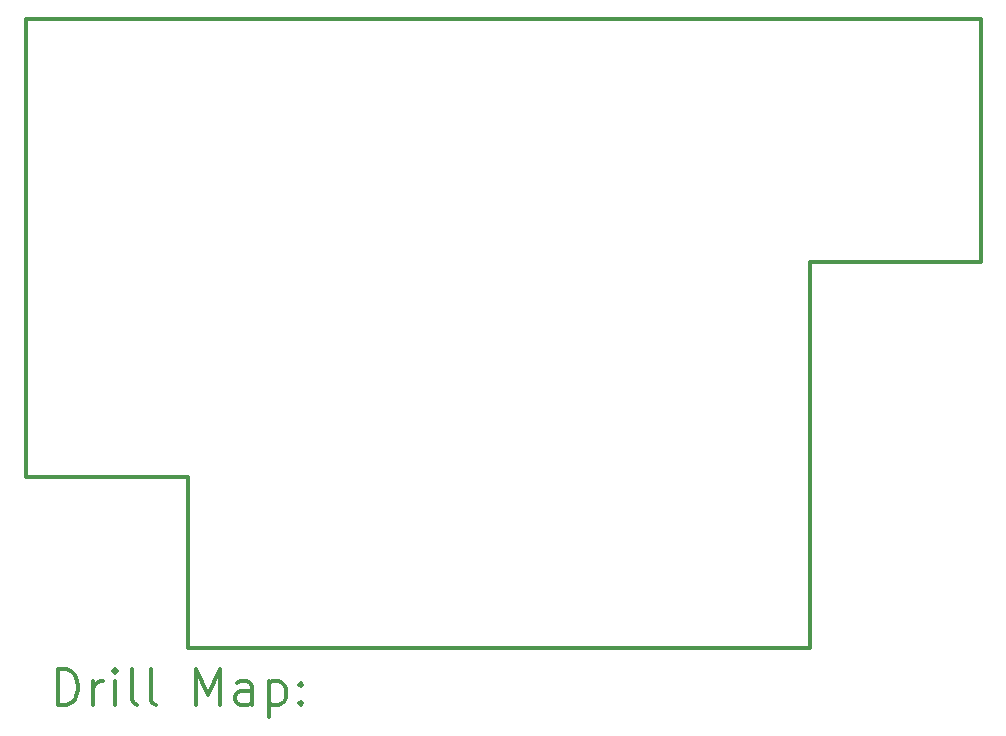
<source format=gbr>
%FSLAX45Y45*%
G04 Gerber Fmt 4.5, Leading zero omitted, Abs format (unit mm)*
G04 Created by KiCad (PCBNEW (5.1.6)-1) date 2021-09-02 16:17:33*
%MOMM*%
%LPD*%
G01*
G04 APERTURE LIST*
%TA.AperFunction,Profile*%
%ADD10C,0.300000*%
%TD*%
%ADD11C,0.200000*%
%ADD12C,0.300000*%
G04 APERTURE END LIST*
D10*
X11659108Y-10307066D02*
X16923512Y-10307066D01*
X11659108Y-8858758D02*
X11659108Y-10307066D01*
X10284206Y-8858758D02*
X11659108Y-8858758D01*
X10284206Y-4984496D02*
X10284206Y-8858758D01*
X18371312Y-4984496D02*
X10284206Y-4984496D01*
X18371312Y-7035292D02*
X18371312Y-4984496D01*
X16923512Y-7035292D02*
X18371312Y-7035292D01*
X16923512Y-10307066D02*
X16923512Y-7035292D01*
D11*
D12*
X10555634Y-10787780D02*
X10555634Y-10487780D01*
X10627063Y-10487780D01*
X10669920Y-10502066D01*
X10698492Y-10530638D01*
X10712777Y-10559209D01*
X10727063Y-10616352D01*
X10727063Y-10659209D01*
X10712777Y-10716352D01*
X10698492Y-10744923D01*
X10669920Y-10773495D01*
X10627063Y-10787780D01*
X10555634Y-10787780D01*
X10855634Y-10787780D02*
X10855634Y-10587780D01*
X10855634Y-10644923D02*
X10869920Y-10616352D01*
X10884206Y-10602066D01*
X10912777Y-10587780D01*
X10941349Y-10587780D01*
X11041349Y-10787780D02*
X11041349Y-10587780D01*
X11041349Y-10487780D02*
X11027063Y-10502066D01*
X11041349Y-10516352D01*
X11055634Y-10502066D01*
X11041349Y-10487780D01*
X11041349Y-10516352D01*
X11227063Y-10787780D02*
X11198492Y-10773495D01*
X11184206Y-10744923D01*
X11184206Y-10487780D01*
X11384206Y-10787780D02*
X11355634Y-10773495D01*
X11341349Y-10744923D01*
X11341349Y-10487780D01*
X11727063Y-10787780D02*
X11727063Y-10487780D01*
X11827063Y-10702066D01*
X11927063Y-10487780D01*
X11927063Y-10787780D01*
X12198492Y-10787780D02*
X12198492Y-10630638D01*
X12184206Y-10602066D01*
X12155634Y-10587780D01*
X12098492Y-10587780D01*
X12069920Y-10602066D01*
X12198492Y-10773495D02*
X12169920Y-10787780D01*
X12098492Y-10787780D01*
X12069920Y-10773495D01*
X12055634Y-10744923D01*
X12055634Y-10716352D01*
X12069920Y-10687780D01*
X12098492Y-10673495D01*
X12169920Y-10673495D01*
X12198492Y-10659209D01*
X12341349Y-10587780D02*
X12341349Y-10887780D01*
X12341349Y-10602066D02*
X12369920Y-10587780D01*
X12427063Y-10587780D01*
X12455634Y-10602066D01*
X12469920Y-10616352D01*
X12484206Y-10644923D01*
X12484206Y-10730638D01*
X12469920Y-10759209D01*
X12455634Y-10773495D01*
X12427063Y-10787780D01*
X12369920Y-10787780D01*
X12341349Y-10773495D01*
X12612777Y-10759209D02*
X12627063Y-10773495D01*
X12612777Y-10787780D01*
X12598492Y-10773495D01*
X12612777Y-10759209D01*
X12612777Y-10787780D01*
X12612777Y-10602066D02*
X12627063Y-10616352D01*
X12612777Y-10630638D01*
X12598492Y-10616352D01*
X12612777Y-10602066D01*
X12612777Y-10630638D01*
M02*

</source>
